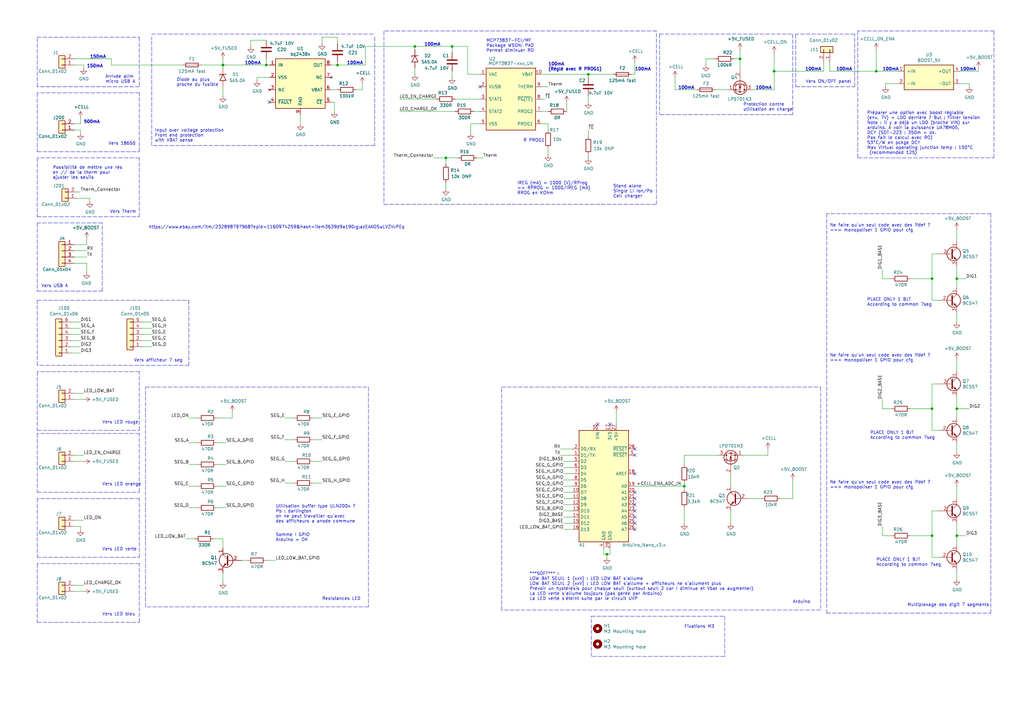
<source format=kicad_sch>
(kicad_sch (version 20211123) (generator eeschema)
  (paper "A3")
  (junction (at 109.22 26.67))
  (junction (at 91.44 26.67))
  (junction (at 359.41 29.21))
  (junction (at 382.27 219.71))
  (junction (at 392.43 167.64))
  (junction (at 170.18 19.05))
  (junction (at 280.67 199.39))
  (junction (at 182.88 64.77))
  (junction (at 382.27 114.3))
  (junction (at 303.53 24.13))
  (junction (at 382.27 167.64))
  (junction (at 185.42 19.05))
  (junction (at 241.3 30.48))
  (junction (at 392.43 219.71))
  (junction (at 138.43 26.67))
  (junction (at 248.92 227.33))
  (junction (at 317.5 29.21))
  (junction (at 392.43 114.3))
  (no_connect (at 260.35 184.15))
  (no_connect (at 260.35 207.01))
  (no_connect (at 260.35 201.93))
  (no_connect (at 260.35 204.47))
  (no_connect (at 260.35 212.09))
  (no_connect (at 260.35 186.69))
  (no_connect (at 260.35 209.55))
  (no_connect (at 260.35 214.63))
  (no_connect (at 260.35 217.17))
  (no_connect (at 110.49 41.91))
  (no_connect (at 196.85 35.56))
  (no_connect (at 250.19 173.99))
  (no_connect (at 245.11 173.99))
  (no_connect (at 260.35 194.31))
  (polyline (pts (xy 57.15 176.53) (xy 57.15 152.4)))
  (wire (pts (xy 325.12 204.47) (xy 325.12 196.85)))
  (polyline (pts (xy 15.24 35.56) (xy 15.24 15.24)))
  (polyline (pts (xy 339.09 87.63) (xy 339.09 251.46)))
  (wire (pts (xy 196.85 45.72) (xy 194.31 45.72)))
  (wire (pts (xy 128.27 189.23) (xy 132.08 189.23)))
  (polyline (pts (xy 270.51 13.97) (xy 270.51 46.99)))
  (polyline (pts (xy 15.24 15.24) (xy 57.15 15.24)))
  (polyline (pts (xy 339.09 251.46) (xy 406.4 251.46)))
  (wire (pts (xy 62.23 142.24) (xy 58.42 142.24)))
  (wire (pts (xy 392.43 109.22) (xy 392.43 114.3)))
  (wire (pts (xy 82.55 26.67) (xy 91.44 26.67)))
  (wire (pts (xy 33.02 144.78) (xy 29.21 144.78)))
  (wire (pts (xy 382.27 104.14) (xy 382.27 114.3)))
  (wire (pts (xy 193.04 50.8) (xy 193.04 54.61)))
  (wire (pts (xy 110.49 31.75) (xy 105.41 31.75)))
  (wire (pts (xy 182.88 64.77) (xy 177.8 64.77)))
  (wire (pts (xy 276.86 36.83) (xy 285.75 36.83)))
  (polyline (pts (xy 57.15 204.47) (xy 15.24 204.47)))
  (wire (pts (xy 241.3 39.37) (xy 241.3 41.91)))
  (wire (pts (xy 95.25 171.45) (xy 95.25 168.91)))
  (wire (pts (xy 396.24 219.71) (xy 392.43 219.71)))
  (polyline (pts (xy 57.15 88.9) (xy 57.15 64.77)))
  (wire (pts (xy 382.27 157.48) (xy 384.81 157.48)))
  (polyline (pts (xy 15.24 177.8) (xy 15.24 201.93)))
  (polyline (pts (xy 57.15 38.1) (xy 15.24 38.1)))
  (polyline (pts (xy 57.15 62.23) (xy 57.15 38.1)))
  (wire (pts (xy 340.36 25.4) (xy 340.36 29.21)))
  (wire (pts (xy 317.5 29.21) (xy 317.5 36.83)))
  (polyline (pts (xy 325.12 46.99) (xy 270.51 46.99)))
  (wire (pts (xy 373.38 114.3) (xy 382.27 114.3)))
  (wire (pts (xy 30.48 186.69) (xy 34.29 186.69)))
  (wire (pts (xy 109.22 26.67) (xy 110.49 26.67)))
  (wire (pts (xy 77.47 208.28) (xy 81.28 208.28)))
  (wire (pts (xy 234.95 196.85) (xy 231.14 196.85)))
  (polyline (pts (xy 350.52 13.97) (xy 326.39 13.97)))
  (wire (pts (xy 30.48 213.36) (xy 34.29 213.36)))
  (wire (pts (xy 392.43 114.3) (xy 392.43 118.11)))
  (wire (pts (xy 116.84 189.23) (xy 120.65 189.23)))
  (polyline (pts (xy 157.48 83.82) (xy 269.24 83.82)))
  (polyline (pts (xy 350.52 35.56) (xy 350.52 13.97)))
  (polyline (pts (xy 57.15 231.14) (xy 15.24 231.14)))
  (wire (pts (xy 234.95 199.39) (xy 231.14 199.39)))
  (wire (pts (xy 368.3 34.29) (xy 363.22 34.29)))
  (wire (pts (xy 224.79 53.34) (xy 224.79 50.8)))
  (polyline (pts (xy 336.55 158.75) (xy 336.55 250.19)))
  (wire (pts (xy 195.58 64.77) (xy 198.12 64.77)))
  (wire (pts (xy 222.25 45.72) (xy 224.79 45.72)))
  (wire (pts (xy 320.04 204.47) (xy 325.12 204.47)))
  (wire (pts (xy 224.79 50.8) (xy 222.25 50.8)))
  (wire (pts (xy 148.59 34.29) (xy 148.59 36.83)))
  (wire (pts (xy 382.27 219.71) (xy 382.27 228.6)))
  (wire (pts (xy 393.7 34.29) (xy 397.51 34.29)))
  (wire (pts (xy 182.88 77.47) (xy 182.88 74.93)))
  (wire (pts (xy 280.67 199.39) (xy 280.67 200.66)))
  (wire (pts (xy 392.43 167.64) (xy 392.43 171.45)))
  (wire (pts (xy 33.02 134.62) (xy 29.21 134.62)))
  (wire (pts (xy 382.27 104.14) (xy 384.81 104.14)))
  (polyline (pts (xy 406.4 87.63) (xy 339.09 87.63)))
  (wire (pts (xy 109.22 26.67) (xy 109.22 24.13)))
  (polyline (pts (xy 153.67 15.24) (xy 153.67 59.69)))
  (wire (pts (xy 33.02 78.74) (xy 31.75 78.74)))
  (wire (pts (xy 91.44 220.98) (xy 91.44 224.79)))
  (wire (pts (xy 382.27 209.55) (xy 384.81 209.55)))
  (wire (pts (xy 30.48 26.67) (xy 34.29 26.67)))
  (wire (pts (xy 170.18 19.05) (xy 185.42 19.05)))
  (wire (pts (xy 91.44 24.13) (xy 91.44 26.67)))
  (wire (pts (xy 101.6 229.87) (xy 99.06 229.87)))
  (wire (pts (xy 293.37 36.83) (xy 298.45 36.83)))
  (wire (pts (xy 234.95 207.01) (xy 231.14 207.01)))
  (polyline (pts (xy 297.18 252.73) (xy 297.18 269.24)))
  (wire (pts (xy 392.43 93.98) (xy 392.43 99.06)))
  (polyline (pts (xy 15.24 123.19) (xy 77.47 123.19)))
  (wire (pts (xy 138.43 26.67) (xy 149.86 26.67)))
  (wire (pts (xy 116.84 180.34) (xy 120.65 180.34)))
  (wire (pts (xy 91.44 234.95) (xy 91.44 238.76)))
  (wire (pts (xy 396.24 114.3) (xy 392.43 114.3)))
  (wire (pts (xy 191.77 19.05) (xy 185.42 19.05)))
  (polyline (pts (xy 15.24 228.6) (xy 57.15 228.6)))
  (wire (pts (xy 303.53 20.32) (xy 303.53 24.13)))
  (wire (pts (xy 35.56 105.41) (xy 30.48 105.41)))
  (wire (pts (xy 91.44 26.67) (xy 109.22 26.67)))
  (wire (pts (xy 234.95 194.31) (xy 231.14 194.31)))
  (wire (pts (xy 260.35 30.48) (xy 260.35 25.4)))
  (polyline (pts (xy 242.57 252.73) (xy 297.18 252.73)))
  (polyline (pts (xy 297.18 269.24) (xy 242.57 269.24)))
  (wire (pts (xy 382.27 123.19) (xy 384.81 123.19)))
  (wire (pts (xy 33.02 53.34) (xy 30.48 53.34)))
  (wire (pts (xy 234.95 217.17) (xy 231.14 217.17)))
  (wire (pts (xy 392.43 185.42) (xy 392.43 181.61)))
  (wire (pts (xy 247.65 227.33) (xy 247.65 224.79)))
  (wire (pts (xy 392.43 162.56) (xy 392.43 167.64)))
  (wire (pts (xy 45.72 26.67) (xy 74.93 26.67)))
  (polyline (pts (xy 41.91 119.38) (xy 41.91 91.44)))
  (wire (pts (xy 392.43 237.49) (xy 392.43 233.68)))
  (wire (pts (xy 361.95 167.64) (xy 361.95 163.83)))
  (wire (pts (xy 170.18 30.48) (xy 170.18 27.94)))
  (wire (pts (xy 234.95 209.55) (xy 231.14 209.55)))
  (wire (pts (xy 361.95 219.71) (xy 361.95 215.9)))
  (wire (pts (xy 260.35 199.39) (xy 280.67 199.39)))
  (polyline (pts (xy 407.67 12.7) (xy 351.79 12.7)))
  (wire (pts (xy 234.95 212.09) (xy 231.14 212.09)))
  (polyline (pts (xy 57.15 152.4) (xy 15.24 152.4)))
  (wire (pts (xy 373.38 167.64) (xy 382.27 167.64)))
  (polyline (pts (xy 15.24 88.9) (xy 57.15 88.9)))
  (polyline (pts (xy 77.47 149.86) (xy 15.24 149.86)))
  (wire (pts (xy 138.43 36.83) (xy 135.89 36.83)))
  (wire (pts (xy 62.23 137.16) (xy 58.42 137.16)))
  (wire (pts (xy 138.43 26.67) (xy 138.43 25.4)))
  (wire (pts (xy 77.47 190.5) (xy 81.28 190.5)))
  (wire (pts (xy 185.42 29.21) (xy 185.42 31.75)))
  (wire (pts (xy 300.99 24.13) (xy 303.53 24.13)))
  (wire (pts (xy 187.96 64.77) (xy 182.88 64.77)))
  (wire (pts (xy 337.82 29.21) (xy 337.82 25.4)))
  (wire (pts (xy 361.95 114.3) (xy 361.95 110.49)))
  (wire (pts (xy 393.7 29.21) (xy 401.32 29.21)))
  (polyline (pts (xy 351.79 64.77) (xy 407.67 64.77)))
  (polyline (pts (xy 269.24 83.82) (xy 269.24 12.7)))
  (wire (pts (xy 30.48 161.29) (xy 34.29 161.29)))
  (wire (pts (xy 280.67 198.12) (xy 280.67 199.39)))
  (wire (pts (xy 304.8 186.69) (xy 314.96 186.69)))
  (wire (pts (xy 33.02 139.7) (xy 29.21 139.7)))
  (wire (pts (xy 392.43 199.39) (xy 392.43 204.47)))
  (wire (pts (xy 317.5 21.59) (xy 317.5 29.21)))
  (wire (pts (xy 91.44 26.67) (xy 91.44 27.94)))
  (polyline (pts (xy 15.24 201.93) (xy 57.15 201.93)))
  (polyline (pts (xy 59.69 158.75) (xy 151.13 158.75)))
  (polyline (pts (xy 15.24 119.38) (xy 41.91 119.38)))
  (wire (pts (xy 33.02 132.08) (xy 29.21 132.08)))
  (polyline (pts (xy 15.24 38.1) (xy 15.24 62.23)))
  (wire (pts (xy 62.23 132.08) (xy 58.42 132.08)))
  (polyline (pts (xy 269.24 12.7) (xy 157.48 12.7)))
  (wire (pts (xy 33.02 217.17) (xy 33.02 215.9)))
  (polyline (pts (xy 270.51 13.97) (xy 325.12 13.97)))
  (wire (pts (xy 234.95 204.47) (xy 231.14 204.47)))
  (wire (pts (xy 303.53 24.13) (xy 303.53 29.21)))
  (polyline (pts (xy 15.24 149.86) (xy 15.24 123.19)))
  (wire (pts (xy 128.27 180.34) (xy 132.08 180.34)))
  (wire (pts (xy 241.3 31.75) (xy 241.3 30.48)))
  (wire (pts (xy 365.76 114.3) (xy 361.95 114.3)))
  (wire (pts (xy 91.44 35.56) (xy 91.44 39.37)))
  (wire (pts (xy 30.48 24.13) (xy 45.72 24.13)))
  (polyline (pts (xy 59.69 248.92) (xy 59.69 158.75)))
  (polyline (pts (xy 242.57 269.24) (xy 242.57 252.73)))
  (wire (pts (xy 317.5 29.21) (xy 337.82 29.21)))
  (polyline (pts (xy 205.74 158.75) (xy 336.55 158.75)))
  (polyline (pts (xy 326.39 13.97) (xy 326.39 35.56)))
  (wire (pts (xy 88.9 181.61) (xy 92.71 181.61)))
  (wire (pts (xy 30.48 240.03) (xy 34.29 240.03)))
  (polyline (pts (xy 57.15 35.56) (xy 15.24 35.56)))
  (wire (pts (xy 30.48 107.95) (xy 35.56 107.95)))
  (wire (pts (xy 128.27 198.12) (xy 132.08 198.12)))
  (wire (pts (xy 382.27 228.6) (xy 384.81 228.6)))
  (wire (pts (xy 30.48 102.87) (xy 35.56 102.87)))
  (wire (pts (xy 392.43 219.71) (xy 392.43 223.52)))
  (polyline (pts (xy 15.24 231.14) (xy 15.24 255.27)))
  (wire (pts (xy 30.48 242.57) (xy 34.29 242.57)))
  (wire (pts (xy 299.72 194.31) (xy 299.72 199.39)))
  (wire (pts (xy 373.38 219.71) (xy 382.27 219.71)))
  (wire (pts (xy 33.02 215.9) (xy 30.48 215.9)))
  (polyline (pts (xy 57.15 177.8) (xy 15.24 177.8)))
  (wire (pts (xy 392.43 147.32) (xy 392.43 152.4)))
  (wire (pts (xy 88.9 208.28) (xy 92.71 208.28)))
  (wire (pts (xy 248.92 227.33) (xy 247.65 227.33)))
  (wire (pts (xy 397.51 167.64) (xy 392.43 167.64)))
  (polyline (pts (xy 57.15 64.77) (xy 15.24 64.77)))
  (polyline (pts (xy 15.24 91.44) (xy 15.24 119.38)))
  (wire (pts (xy 229.87 186.69) (xy 234.95 186.69)))
  (polyline (pts (xy 406.4 251.46) (xy 406.4 87.63)))
  (wire (pts (xy 163.83 45.72) (xy 186.69 45.72)))
  (polyline (pts (xy 41.91 91.44) (xy 15.24 91.44)))
  (wire (pts (xy 132.08 15.24) (xy 132.08 17.78)))
  (wire (pts (xy 241.3 63.5) (xy 241.3 64.77)))
  (wire (pts (xy 105.41 31.75) (xy 105.41 33.02)))
  (wire (pts (xy 280.67 186.69) (xy 294.64 186.69)))
  (polyline (pts (xy 205.74 250.19) (xy 205.74 158.75)))
  (polyline (pts (xy 15.24 62.23) (xy 57.15 62.23)))
  (wire (pts (xy 77.47 171.45) (xy 81.28 171.45)))
  (polyline (pts (xy 62.23 13.97) (xy 153.67 13.97)))
  (wire (pts (xy 392.43 132.08) (xy 392.43 128.27)))
  (wire (pts (xy 314.96 186.69) (xy 314.96 184.15)))
  (wire (pts (xy 149.86 26.67) (xy 149.86 19.05)))
  (polyline (pts (xy 15.24 255.27) (xy 57.15 255.27)))
  (polyline (pts (xy 57.15 255.27) (xy 57.15 231.14)))
  (wire (pts (xy 35.56 97.79) (xy 35.56 100.33)))
  (wire (pts (xy 109.22 229.87) (xy 113.03 229.87)))
  (wire (pts (xy 102.87 16.51) (xy 102.87 19.05)))
  (polyline (pts (xy 57.15 228.6) (xy 57.15 204.47)))
  (wire (pts (xy 359.41 20.32) (xy 359.41 29.21)))
  (wire (pts (xy 186.69 40.64) (xy 196.85 40.64)))
  (wire (pts (xy 382.27 157.48) (xy 382.27 167.64)))
  (wire (pts (xy 148.59 36.83) (xy 146.05 36.83)))
  (wire (pts (xy 248.92 227.33) (xy 250.19 227.33)))
  (wire (pts (xy 248.92 228.6) (xy 248.92 227.33)))
  (wire (pts (xy 234.95 189.23) (xy 231.14 189.23)))
  (wire (pts (xy 185.42 21.59) (xy 185.42 19.05)))
  (wire (pts (xy 289.56 24.13) (xy 289.56 26.67)))
  (polyline (pts (xy 407.67 64.77) (xy 407.67 12.7)))
  (wire (pts (xy 116.84 198.12) (xy 120.65 198.12)))
  (wire (pts (xy 88.9 190.5) (xy 92.71 190.5)))
  (polyline (pts (xy 57.15 15.24) (xy 57.15 35.56)))
  (wire (pts (xy 182.88 67.31) (xy 182.88 64.77)))
  (wire (pts (xy 163.83 40.64) (xy 179.07 40.64)))
  (wire (pts (xy 88.9 199.39) (xy 92.71 199.39)))
  (wire (pts (xy 77.47 199.39) (xy 81.28 199.39)))
  (polyline (pts (xy 157.48 12.7) (xy 157.48 83.82)))
  (wire (pts (xy 128.27 171.45) (xy 132.08 171.45)))
  (polyline (pts (xy 15.24 176.53) (xy 57.15 176.53)))
  (wire (pts (xy 30.48 50.8) (xy 33.02 50.8)))
  (wire (pts (xy 33.02 142.24) (xy 29.21 142.24)))
  (wire (pts (xy 196.85 50.8) (xy 193.04 50.8)))
  (wire (pts (xy 382.27 209.55) (xy 382.27 219.71)))
  (wire (pts (xy 259.08 30.48) (xy 260.35 30.48)))
  (wire (pts (xy 234.95 184.15) (xy 229.87 184.15)))
  (wire (pts (xy 138.43 15.24) (xy 132.08 15.24)))
  (wire (pts (xy 397.51 34.29) (xy 397.51 35.56)))
  (wire (pts (xy 365.76 167.64) (xy 361.95 167.64)))
  (wire (pts (xy 299.72 209.55) (xy 299.72 214.63)))
  (wire (pts (xy 382.27 114.3) (xy 382.27 123.19)))
  (polyline (pts (xy 15.24 204.47) (xy 15.24 228.6)))
  (wire (pts (xy 87.63 220.98) (xy 91.44 220.98)))
  (wire (pts (xy 250.19 227.33) (xy 250.19 224.79)))
  (wire (pts (xy 30.48 163.83) (xy 34.29 163.83)))
  (wire (pts (xy 76.2 220.98) (xy 80.01 220.98)))
  (wire (pts (xy 365.76 219.71) (xy 361.95 219.71)))
  (wire (pts (xy 123.19 50.8) (xy 123.19 46.99)))
  (wire (pts (xy 30.48 189.23) (xy 34.29 189.23)))
  (wire (pts (xy 312.42 204.47) (xy 307.34 204.47)))
  (wire (pts (xy 234.95 191.77) (xy 231.14 191.77)))
  (wire (pts (xy 170.18 19.05) (xy 170.18 20.32)))
  (wire (pts (xy 222.25 40.64) (xy 223.52 40.64)))
  (wire (pts (xy 241.3 30.48) (xy 251.46 30.48)))
  (wire (pts (xy 135.89 26.67) (xy 138.43 26.67)))
  (wire (pts (xy 191.77 30.48) (xy 196.85 30.48)))
  (wire (pts (xy 280.67 214.63) (xy 280.67 208.28)))
  (polyline (pts (xy 57.15 201.93) (xy 57.15 177.8)))
  (wire (pts (xy 62.23 139.7) (xy 58.42 139.7)))
  (polyline (pts (xy 62.23 59.69) (xy 62.23 15.24)))
  (wire (pts (xy 36.83 82.55) (xy 36.83 81.28)))
  (wire (pts (xy 191.77 19.05) (xy 191.77 30.48)))
  (wire (pts (xy 33.02 54.61) (xy 33.02 53.34)))
  (wire (pts (xy 234.95 214.63) (xy 231.14 214.63)))
  (wire (pts (xy 241.3 53.34) (xy 241.3 55.88)))
  (wire (pts (xy 280.67 190.5) (xy 280.67 186.69)))
  (wire (pts (xy 382.27 167.64) (xy 382.27 176.53)))
  (wire (pts (xy 33.02 50.8) (xy 33.02 48.26)))
  (polyline (pts (xy 326.39 35.56) (xy 350.52 35.56)))
  (polyline (pts (xy 77.47 123.19) (xy 77.47 149.86)))
  (polyline (pts (xy 15.24 152.4) (xy 15.24 176.53)))
  (wire (pts (xy 30.48 100.33) (xy 35.56 100.33)))
  (wire (pts (xy 222.25 35.56) (xy 224.79 35.56)))
  (wire (pts (xy 224.79 60.96) (xy 224.79 63.5)))
  (wire (pts (xy 137.16 41.91) (xy 137.16 45.72)))
  (wire (pts (xy 252.73 168.91) (xy 252.73 173.99)))
  (wire (pts (xy 363.22 35.56) (xy 363.22 34.29)))
  (wire (pts (xy 149.86 19.05) (xy 170.18 19.05)))
  (wire (pts (xy 88.9 171.45) (xy 95.25 171.45)))
  (wire (pts (xy 109.22 16.51) (xy 102.87 16.51)))
  (wire (pts (xy 222.25 30.48) (xy 241.3 30.48)))
  (polyline (pts (xy 15.24 64.77) (xy 15.24 88.9)))
  (polyline (pts (xy 325.12 13.97) (xy 325.12 46.99)))
  (wire (pts (xy 116.84 171.45) (xy 120.65 171.45)))
  (wire (pts (xy 62.23 134.62) (xy 58.42 134.62)))
  (wire (pts (xy 308.61 36.83) (xy 317.5 36.83)))
  (wire (pts (xy 276.86 36.83) (xy 276.86 31.75)))
  (wire (pts (xy 340.36 29.21) (xy 359.41 29.21)))
  (wire (pts (xy 34.29 26.67) (xy 34.29 27.94)))
  (wire (pts (xy 77.47 181.61) (xy 81.28 181.61)))
  (wire (pts (xy 382.27 176.53) (xy 384.81 176.53)))
  (wire (pts (xy 234.95 201.93) (xy 231.14 201.93)))
  (wire (pts (xy 401.32 27.94) (xy 401.32 29.21)))
  (polyline (pts (xy 351.79 12.7) (xy 351.79 64.77)))
  (wire (pts (xy 33.02 137.16) (xy 29.21 137.16)))
  (wire (pts (xy 138.43 17.78) (xy 138.43 15.24)))
  (wire (pts (xy 35.56 107.95) (xy 35.56 111.76)))
  (wire (pts (xy 36.83 81.28) (xy 31.75 81.28)))
  (polyline (pts (xy 153.67 59.69) (xy 62.23 59.69)))
  (wire (pts (xy 359.41 29.21) (xy 368.3 29.21)))
  (polyline (pts (xy 151.13 248.92) (xy 59.69 248.92)))
  (wire (pts (xy 135.89 41.91) (xy 137.16 41.91)))
  (wire (pts (xy 293.37 24.13) (xy 289.56 24.13)))
  (wire (pts (xy 232.41 45.72) (xy 232.41 41.91)))
  (polyline (pts (xy 336.55 250.19) (xy 205.74 250.19)))
  (polyline (pts (xy 151.13 158.75) (xy 151.13 248.92)))
  (wire (pts (xy 45.72 24.13) (xy 45.72 26.67)))
  (wire (pts (xy 392.43 214.63) (xy 392.43 219.71)))
  (text "https://www.ebay.com/itm/232898797968?epid=1160974259&hash=item3639d9a190:g:azEAAOSwLVZVvPEq" (at 60.96 93.98 0) (effects (font (size 1.27 1.27)) (justify left bottom)))
  (text "R PROG1" (at 214.63 58.42 0) (effects (font (size 1.27 1.27)) (justify left bottom)))
  (text "Vers LED verte\n" (at 41.91 226.06 0) (effects (font (size 1.27 1.27)) (justify left bottom)))
  (text "Vers Therm" (at 55.88 87.63 180) (effects (font (size 1.27 1.27)) (justify right bottom)))
  (text "100mA" (at 278.13 36.83 0) (effects (font (size 1.27 1.27) (thickness 0.254) bold) (justify left bottom)))
  (text "Vers ON/OFF panel" (at 349.25 34.29 180) (effects (font (size 1.27 1.27)) (justify right bottom)))
  (text "MCP73837-FCI/MF\nPackage WSON: PAD\nPermet diminuer RO" (at 199.39 21.59 0) (effects (font (size 1.27 1.27)) (justify left bottom)))
  (text "150mA" (at 36.83 24.13 0) (effects (font (size 1.27 1.27) (thickness 0.254) bold) (justify left bottom)))
  (text "IREG (mA) = 1000 (V)/RProg\n=> RPROG = 1000/IREG (mA)\nRROG en KOhm\n" (at 212.09 80.01 0) (effects (font (size 1.27 1.27)) (justify left bottom)))
  (text "100mA" (at 309.88 36.83 0) (effects (font (size 1.27 1.27) (thickness 0.254) bold) (justify left bottom)))
  (text "Arduino" (at 325.12 247.65 0) (effects (font (size 1.27 1.27)) (justify left bottom)))
  (text "100mA" (at 142.24 26.67 0) (effects (font (size 1.27 1.27) (thickness 0.254) bold) (justify left bottom)))
  (text "Stand alone \nSingle Li Ion/Po \nCell charger" (at 251.46 81.28 0) (effects (font (size 1.27 1.27)) (justify left bottom)))
  (text "Fixations M3\n" (at 280.67 257.81 0) (effects (font (size 1.27 1.27)) (justify left bottom)))
  (text "100mA" (at 260.35 29.21 0) (effects (font (size 1.27 1.27) (thickness 0.254) bold) (justify left bottom)))
  (text "100mA" (at 361.95 29.21 0) (effects (font (size 1.27 1.27) (thickness 0.254) bold) (justify left bottom)))
  (text "Vers USB A" (at 27.94 118.11 180) (effects (font (size 1.27 1.27)) (justify right bottom)))
  (text "\n" (at 74.93 68.58 0) (effects (font (size 1.27 1.27)) (justify left bottom)))
  (text "Arrivée alim\nmicro USB A" (at 43.18 34.29 0) (effects (font (size 1.27 1.27)) (justify left bottom)))
  (text "150mA" (at 35.56 27.94 0) (effects (font (size 1.27 1.27) (thickness 0.254) bold) (justify left bottom)))
  (text "Ne faire qu'un seul code avec des ifdef ?\n==> monopoliser 1 GPIO pour cfg" (at 340.36 200.66 0) (effects (font (size 1.27 1.27)) (justify left bottom)))
  (text "***SOFT*** :\nLOW BAT SEUIL 1 (xxV) : LED LOW BAT s'allume\nLOW BAT SEUIL 2 (xxV) : LED LOW BAT s'allume + afficheurs ne s'allument plus\nPrévoir un hystérésis pour chaque seuil (surtout seuil 2 car I diminue et Vbat va augmenter)\nLa LED verte s'allume toujours (pas gérée par Arduino)\nLa LED verte s'éteint suite par le circuit UVP" (at 217.17 246.38 0) (effects (font (size 1.27 1.27)) (justify left bottom)))
  (text "Ne faire qu'un seul code avec des ifdef ?\n==> monopoliser 1 GPIO pour cfg" (at 340.36 148.59 0) (effects (font (size 1.27 1.27)) (justify left bottom)))
  (text "Préparer une option avec boost réglable\n(env. 7V) + LDO derrière ? But : filtrer tension\nNote : il y a déjà un LDO (broche VIN) sur \narduino. A voir la puissance UA78M05, \nDCY (SOT-223 : 350m = ok. \nPas fait le calcul avec RO)\n53°C/W en pckge DCY\nMax Virtual operating junction temp : 150°C\n (recommended 125)" (at 355.6 63.5 0) (effects (font (size 1.27 1.27)) (justify left bottom)))
  (text "Vers afficheur 7 seg" (at 74.93 148.59 180) (effects (font (size 1.27 1.27)) (justify right bottom)))
  (text "100mA" (at 173.99 19.05 0) (effects (font (size 1.27 1.27) (thickness 0.254) bold) (justify left bottom)))
  (text "100mA" (at 393.7 29.21 0) (effects (font (size 1.27 1.27) (thickness 0.254) bold) (justify left bottom)))
  (text "Protection contre \nutilisation en charge" (at 304.8 45.72 0) (effects (font (size 1.27 1.27)) (justify left bottom)))
  (text "100mA" (at 100.33 26.67 0) (effects (font (size 1.27 1.27) (thickness 0.254) bold) (justify left bottom)))
  (text "Resistances LED" (at 132.08 246.38 0) (effects (font (size 1.27 1.27)) (justify left bottom)))
  (text "Vers LED orange\n" (at 41.91 199.39 0) (effects (font (size 1.27 1.27)) (justify left bottom)))
  (text "Vers LED rouge\n" (at 41.91 173.99 0) (effects (font (size 1.27 1.27)) (justify left bottom)))
  (text "100mA" (at 330.2 29.21 0) (effects (font (size 1.27 1.27) (thickness 0.254) bold) (justify left bottom)))
  (text "Multiplexage des digit 7 segments" (at 372.11 248.92 0) (effects (font (size 1.27 1.27)) (justify left bottom)))
  (text "PLACE ONLY 1 BJT\nAccording to common 7seg" (at 355.6 125.73 0) (effects (font (size 1.27 1.27)) (justify left bottom)))
  (text "100mA\n(Réglé avec R PROG1)" (at 224.79 29.21 0) (effects (font (size 1.27 1.27) (thickness 0.254) bold) (justify left bottom)))
  (text "Vers LED bleu\n" (at 41.91 252.73 0) (effects (font (size 1.27 1.27)) (justify left bottom)))
  (text "Utilisation buffer type ULN200x ?\nPb : darlington\non ne peut travailler qu'avec\ndes afficheurs a anode commune" (at 113.03 214.63 0) (effects (font (size 1.27 1.27)) (justify left bottom)))
  (text "PLACE ONLY 1 BJT\nAccording to common 7seg" (at 356.87 180.34 0) (effects (font (size 1.27 1.27)) (justify left bottom)))
  (text "Ne faire qu'un seul code avec des ifdef ?\n==> monopoliser 1 GPIO pour cfg" (at 340.36 95.25 0) (effects (font (size 1.27 1.27)) (justify left bottom)))
  (text "PLACE ONLY 1 BJT\nAccording to common 7seg" (at 359.41 232.41 0) (effects (font (size 1.27 1.27)) (justify left bottom)))
  (text "500mA" (at 34.29 50.8 0) (effects (font (size 1.27 1.27) (thickness 0.254) bold) (justify left bottom)))
  (text "Possibilité de mettre une rés\nen // de la therm pour\najuster les seuils\n" (at 21.59 73.66 0) (effects (font (size 1.27 1.27)) (justify left bottom)))
  (text "Somme I GPIO \nArduino = OK\n" (at 113.03 222.25 0) (effects (font (size 1.27 1.27)) (justify left bottom)))
  (text "100mA" (at 342.9 29.21 0) (effects (font (size 1.27 1.27) (thickness 0.254) bold) (justify left bottom)))
  (text "Vers 18650" (at 44.45 59.69 0) (effects (font (size 1.27 1.27)) (justify left bottom)))
  (text "Diode au plus \nproche du fusible" (at 72.39 35.56 0) (effects (font (size 1.27 1.27)) (justify left bottom)))
  (text "Input over voltage protection\nFront end protection\nwith VBAT sense" (at 63.5 58.42 0) (effects (font (size 1.27 1.27)) (justify left bottom)))
  (label "LED_LOW_BAT_GPIO" (at 231.14 217.17 180))
  (label "DIG2_BASE" (at 361.95 163.83 90))
  (label "LED_LOW_BAT" (at 76.2 220.98 180))
  (label "LED_LOW_BAT" (at 34.29 161.29 0))
  (label "SEG_H" (at 116.84 198.12 180))
  (label "LED_CHARGE_OK" (at 34.29 240.03 0))
  (label "LED_EN_CHARGE" (at 34.29 186.69 0))
  (label "TX" (at 35.56 105.41 0))
  (label "DIG3" (at 396.24 219.71 0))
  (label "LED_ON" (at 77.47 171.45 180))
  (label "LED_CHARGE_OK" (at 163.83 45.72 0))
  (label "SEG_G" (at 116.84 189.23 180))
  (label "DIG2" (at 33.02 142.24 0))
  (label "SEG_E" (at 62.23 137.16 0))
  (label "Therm_Connector" (at 33.02 78.74 0))
  (label "SEG_D" (at 62.23 142.24 0))
  (label "SEG_G" (at 62.23 132.08 0))
  (label "SEG_C_GPIO" (at 92.71 199.39 0))
  (label "SEG_H_GPIO" (at 132.08 198.12 0))
  (label "Therm_Connector" (at 177.8 64.77 180))
  (label "SEG_E_GPIO" (at 132.08 171.45 0))
  (label "SEG_A_GPIO" (at 92.71 181.61 0))
  (label "SEG_B_GPIO" (at 92.71 190.5 0))
  (label "SEG_B_GPIO" (at 231.14 209.55 180))
  (label "SEG_B" (at 33.02 139.7 0))
  (label "DIG1_BASE" (at 231.14 189.23 180))
  (label "DIG2_BASE" (at 231.14 212.09 180))
  (label "SEG_A" (at 33.02 134.62 0))
  (label "+CELL_ENA_ADC_IN" (at 279.4 199.39 180))
  (label "SEG_F" (at 33.02 137.16 0))
  (label "SEG_E_GPIO" (at 231.14 204.47 180))
  (label "~{TE}" (at 241.3 53.34 0))
  (label "~{TE}" (at 223.52 40.64 0))
  (label "SEG_E" (at 116.84 171.45 180))
  (label "LED_EN_CHARGE" (at 163.83 40.64 0))
  (label "SEG_F" (at 116.84 180.34 180))
  (label "DIG3_BASE" (at 361.95 215.9 90))
  (label "SEG_A_GPIO" (at 231.14 196.85 180))
  (label "SEG_D_GPIO" (at 92.71 208.28 0))
  (label "SEG_C" (at 62.23 139.7 0))
  (label "DIG3" (at 33.02 144.78 0))
  (label "SEG_D" (at 77.47 208.28 180))
  (label "SEG_B" (at 77.47 190.5 180))
  (label "DIG2" (at 397.51 167.64 0))
  (label "SEG_F_GPIO" (at 231.14 207.01 180))
  (label "SEG_G_GPIO" (at 231.14 191.77 180))
  (label "RX" (at 229.87 184.15 180))
  (label "DIG1" (at 33.02 132.08 0))
  (label "LED_ON" (at 34.29 213.36 0))
  (label "LED_LOW_BAT_GPIO" (at 113.03 229.87 0))
  (label "SEG_C_GPIO" (at 231.14 201.93 180))
  (label "SEG_H" (at 62.23 134.62 0))
  (label "SEG_D_GPIO" (at 231.14 199.39 180))
  (label "Therm" (at 198.12 64.77 0))
  (label "SEG_H_GPIO" (at 231.14 194.31 180))
  (label "SEG_C" (at 77.47 199.39 180))
  (label "DIG3_BASE" (at 231.14 214.63 180))
  (label "DIG1" (at 396.24 114.3 0))
  (label "TX" (at 229.87 186.69 180))
  (label "SEG_A" (at 77.47 181.61 180))
  (label "Therm" (at 224.79 35.56 0))
  (label "DIG1_BASE" (at 361.95 110.49 90))
  (label "SEG_G_GPIO" (at 132.08 189.23 0))
  (label "SEG_F_GPIO" (at 132.08 180.34 0))
  (label "RX" (at 35.56 102.87 0))
  (symbol (lib_id "Device:Q_PMOS_SGD") (at 303.53 34.29 270) (unit 1)
    (property "Reference" "Q4" (at 299.72 31.75 90) (effects (justify left)))
    (property "Value" "LP0701N3" (at 298.45 40.64 90) (effects (justify left)))
    (property "Footprint" "Package_TO_SOT_THT:TO-92" (effects hide))
    (property "FAB" "MICROCHIP" (effects hide))
    (property "REF FAB" "LP0701N3-G" (effects hide))
    (property "FOU 1" "MOUSER" (effects hide))
    (property "REF FOU 1" "689-LP0701N3-G" (effects hide))
  )
  (symbol (lib_id "Device:R") (at 297.18 24.13 90) (mirror x) (unit 1)
    (property "Reference" "R22" (at 298.45 21.59 90))
    (property "Value" "100kR" (at 297.18 26.67 90))
    (property "Footprint" "Resistor_THT:R_Axial_DIN0204_L3.6mm_D1.6mm_P7.62mm_Horizontal" (effects hide))
  )
  (symbol (lib_id "power:GND") (at 289.56 26.67 0) (mirror y) (unit 1)
    (property "Reference" "#PWR033" (effects hide))
    (property "Value" "GND" (at 289.433 31.0642 0))
  )
  (symbol (lib_id "Balance-ruche:+CELL_ON") (at 317.5 21.59 0) (unit 1)
    (property "Reference" "#PWR037" (effects hide))
    (property "Value" "+CELL_ON" (at 317.881 17.1958 0))
  )
  (symbol (lib_id "MCU_Module:Arduino_Nano_v3.x") (at 247.65 199.39 0) (unit 1)
    (property "Reference" "A1" (at 238.76 223.52 0))
    (property "Value" "Arduino_Nano_v3.x" (at 264.16 223.52 0))
    (property "Footprint" "Module:Arduino_Nano" (effects hide))
    (property "Datasheet" "http://www.mouser.com/pdfdocs/Gravitech_Arduino_Nano3_0.pdf" (effects hide))
  )
  (symbol (lib_id "Transistor_BJT:BC547") (at 389.89 123.19 0) (unit 1)
    (property "Reference" "Q6" (at 394.7414 122.0216 0) (effects (justify left)))
    (property "Value" "BC547" (at 394.7414 124.333 0) (effects (justify left)))
    (property "Footprint" "Package_TO_SOT_THT:TO-92_Inline" (effects hide))
    (property "Datasheet" "https://www.onsemi.com/pub/Collateral/BC550-D.pdf" (effects hide))
  )
  (symbol (lib_id "power:GND") (at 224.79 63.5 0) (unit 1)
    (property "Reference" "#PWR024" (effects hide))
    (property "Value" "GND" (at 224.917 67.8942 0))
  )
  (symbol (lib_id "power:GND") (at 241.3 41.91 0) (unit 1)
    (property "Reference" "#PWR026" (effects hide))
    (property "Value" "GND" (at 241.427 46.3042 0))
  )
  (symbol (lib_id "power:GND") (at 392.43 132.08 0) (unit 1)
    (property "Reference" "#PWR042" (effects hide))
    (property "Value" "GND" (at 392.557 136.4742 0))
  )
  (symbol (lib_id "power:GND") (at 193.04 54.61 0) (unit 1)
    (property "Reference" "#PWR023" (effects hide))
    (property "Value" "GND" (at 193.167 59.0042 0))
  )
  (symbol (lib_id "Device:R") (at 182.88 40.64 270) (unit 1)
    (property "Reference" "R13" (at 181.61 38.1 90))
    (property "Value" "330R" (at 182.88 43.18 90))
    (property "Footprint" "Resistor_THT:R_Axial_DIN0207_L6.3mm_D2.5mm_P2.54mm_Vertical" (effects hide))
  )
  (symbol (lib_id "Device:R") (at 190.5 45.72 270) (unit 1)
    (property "Reference" "R15" (at 189.23 43.18 90))
    (property "Value" "300R" (at 190.5 48.26 90))
    (property "Footprint" "Resistor_THT:R_Axial_DIN0207_L6.3mm_D2.5mm_P2.54mm_Vertical" (effects hide))
  )
  (symbol (lib_id "Device:R") (at 369.57 114.3 270) (unit 1)
    (property "Reference" "R24" (at 368.3 111.76 90))
    (property "Value" "470R" (at 369.57 116.84 90))
    (property "Footprint" "Resistor_THT:R_Axial_DIN0207_L6.3mm_D2.5mm_P2.54mm_Vertical" (effects hide))
  )
  (symbol (lib_id "Transistor_BJT:BC557") (at 389.89 104.14 0) (unit 1)
    (property "Reference" "Q5" (at 394.7414 102.9716 0) (effects (justify left)))
    (property "Value" "BC557" (at 394.7414 105.283 0) (effects (justify left)))
    (property "Footprint" "Package_TO_SOT_THT:TO-92_Inline" (effects hide))
    (property "Datasheet" "https://www.onsemi.com/pub/Collateral/BC556BTA-D.pdf" (effects hide))
  )
  (symbol (lib_id "Balance-ruche:+5V_BOOST") (at 401.32 27.94 0) (unit 1)
    (property "Reference" "#PWR048" (effects hide))
    (property "Value" "+5V_BOOST" (at 401.701 23.5458 0))
  )
  (symbol (lib_id "power:GND") (at 397.51 35.56 0) (unit 1)
    (property "Reference" "#PWR047" (effects hide))
    (property "Value" "GND" (at 397.637 39.9542 0))
  )
  (symbol (lib_id "Balance-ruche:+CELL_ON_ENA") (at 359.41 20.32 0) (unit 1)
    (property "Reference" "#PWR039" (effects hide))
    (property "Value" "+CELL_ON_ENA" (at 359.791 15.9258 0))
  )
  (symbol (lib_id "power:GND") (at 363.22 35.56 0) (unit 1)
    (property "Reference" "#PWR040" (effects hide))
    (property "Value" "GND" (at 363.347 39.9542 0))
  )
  (symbol (lib_id "power:GND") (at 248.92 228.6 0) (unit 1)
    (property "Reference" "#PWR028" (effects hide))
    (property "Value" "GND" (at 249.047 232.9942 0))
  )
  (symbol (lib_id "Balance-ruche:+CELL") (at 33.02 48.26 0) (unit 1)
    (property "Reference" "#PWR01" (effects hide))
    (property "Value" "+CELL" (at 33.401 43.8658 0))
  )
  (symbol (lib_id "power:GND") (at 33.02 54.61 0) (unit 1)
    (property "Reference" "#PWR02" (effects hide))
    (property "Value" "GND" (at 33.147 59.0042 0))
  )
  (symbol (lib_id "power:GND") (at 36.83 82.55 0) (unit 1)
    (property "Reference" "#PWR011" (effects hide))
    (property "Value" "GND" (at 36.957 86.9442 0))
  )
  (symbol (lib_id "Device:R") (at 85.09 181.61 90) (mirror x) (unit 1)
    (property "Reference" "R3" (at 86.36 179.07 90))
    (property "Value" "470R" (at 85.09 184.15 90))
    (property "Footprint" "Resistor_THT:R_Axial_DIN0207_L6.3mm_D2.5mm_P2.54mm_Vertical" (effects hide))
  )
  (symbol (lib_id "Device:R") (at 85.09 190.5 90) (mirror x) (unit 1)
    (property "Reference" "R4" (at 86.36 187.96 90))
    (property "Value" "470R" (at 85.09 193.04 90))
    (property "Footprint" "Resistor_THT:R_Axial_DIN0207_L6.3mm_D2.5mm_P2.54mm_Vertical" (effects hide))
  )
  (symbol (lib_id "Device:R") (at 85.09 199.39 90) (mirror x) (unit 1)
    (property "Reference" "R5" (at 86.36 196.85 90))
    (property "Value" "470R" (at 85.09 201.93 90))
    (property "Footprint" "Resistor_THT:R_Axial_DIN0204_L3.6mm_D1.6mm_P7.62mm_Horizontal" (effects hide))
  )
  (symbol (lib_id "Transistor_BJT:BC547") (at 389.89 176.53 0) (unit 1)
    (property "Reference" "Q8" (at 394.7414 175.3616 0) (effects (justify left)))
    (property "Value" "BC547" (at 394.7414 177.673 0) (effects (justify left)))
    (property "Footprint" "Package_TO_SOT_THT:TO-92_Inline" (effects hide))
    (property "Datasheet" "https://www.onsemi.com/pub/Collateral/BC550-D.pdf" (effects hide))
  )
  (symbol (lib_id "power:GND") (at 392.43 185.42 0) (unit 1)
    (property "Reference" "#PWR044" (effects hide))
    (property "Value" "GND" (at 392.557 189.8142 0))
  )
  (symbol (lib_id "Device:R") (at 369.57 167.64 270) (unit 1)
    (property "Reference" "R25" (at 368.3 165.1 90))
    (property "Value" "470R" (at 369.57 170.18 90))
    (property "Footprint" "Resistor_THT:R_Axial_DIN0207_L6.3mm_D2.5mm_P2.54mm_Vertical" (effects hide))
  )
  (symbol (lib_id "Transistor_BJT:BC557") (at 389.89 157.48 0) (unit 1)
    (property "Reference" "Q7" (at 394.7414 156.3116 0) (effects (justify left)))
    (property "Value" "BC557" (at 394.7414 158.623 0) (effects (justify left)))
    (property "Footprint" "Package_TO_SOT_THT:TO-92_Inline" (effects hide))
    (property "Datasheet" "https://www.onsemi.com/pub/Collateral/BC556BTA-D.pdf" (effects hide))
  )
  (symbol (lib_id "Device:R") (at 85.09 208.28 90) (mirror x) (unit 1)
    (property "Reference" "R6" (at 86.36 205.74 90))
    (property "Value" "470R" (at 85.09 210.82 90))
    (property "Footprint" "Resistor_THT:R_Axial_DIN0204_L3.6mm_D1.6mm_P7.62mm_Horizontal" (effects hide))
  )
  (symbol (lib_id "Device:R") (at 124.46 171.45 90) (mirror x) (unit 1)
    (property "Reference" "R8" (at 125.73 168.91 90))
    (property "Value" "470R" (at 124.46 173.99 90))
    (property "Footprint" "Resistor_THT:R_Axial_DIN0204_L3.6mm_D1.6mm_P7.62mm_Horizontal" (effects hide))
  )
  (symbol (lib_id "Transistor_BJT:BC547") (at 389.89 228.6 0) (unit 1)
    (property "Reference" "Q10" (at 394.7414 227.4316 0) (effects (justify left)))
    (property "Value" "BC547" (at 394.7414 229.743 0) (effects (justify left)))
    (property "Footprint" "Package_TO_SOT_THT:TO-92_Inline" (effects hide))
    (property "Datasheet" "https://www.onsemi.com/pub/Collateral/BC550-D.pdf" (effects hide))
  )
  (symbol (lib_id "power:GND") (at 392.43 237.49 0) (unit 1)
    (property "Reference" "#PWR046" (effects hide))
    (property "Value" "GND" (at 392.557 241.8842 0))
  )
  (symbol (lib_id "Device:R") (at 369.57 219.71 270) (unit 1)
    (property "Reference" "R26" (at 368.3 217.17 90))
    (property "Value" "470R" (at 369.57 222.25 90))
    (property "Footprint" "Resistor_THT:R_Axial_DIN0207_L6.3mm_D2.5mm_P2.54mm_Vertical" (effects hide))
  )
  (symbol (lib_id "Transistor_BJT:BC557") (at 389.89 209.55 0) (unit 1)
    (property "Reference" "Q9" (at 394.7414 208.3816 0) (effects (justify left)))
    (property "Value" "BC557" (at 394.7414 210.693 0) (effects (justify left)))
    (property "Footprint" "Package_TO_SOT_THT:TO-92_Inline" (effects hide))
    (property "Datasheet" "https://www.onsemi.com/pub/Collateral/BC556BTA-D.pdf" (effects hide))
  )
  (symbol (lib_id "Transistor_BJT:BC547") (at 302.26 204.47 0) (mirror y) (unit 1)
    (property "Reference" "Q3" (at 297.4086 203.3016 0) (effects (justify left)))
    (property "Value" "BC547" (at 297.4086 205.613 0) (effects (justify left)))
    (property "Footprint" "Package_TO_SOT_THT:TO-92_Inline" (effects hide))
    (property "Datasheet" "https://www.onsemi.com/pub/Collateral/BC550-D.pdf" (effects hide))
  )
  (symbol (lib_id "Connector_Generic:Conn_01x02") (at 26.67 81.28 180) (unit 1)
    (property "Reference" "J201" (at 24.13 76.2 0))
    (property "Value" "Conn_01x02" (at 22.86 83.82 0))
    (property "Footprint" "Connector_PinHeader_2.54mm:PinHeader_2x01_P2.54mm_Vertical" (effects hide))
  )
  (symbol (lib_id "Device:R") (at 124.46 180.34 90) (mirror x) (unit 1)
    (property "Reference" "R9" (at 125.73 177.8 90))
    (property "Value" "470R" (at 124.46 182.88 90))
    (property "Footprint" "Resistor_THT:R_Axial_DIN0207_L6.3mm_D2.5mm_P2.54mm_Vertical" (effects hide))
  )
  (symbol (lib_id "Device:R") (at 124.46 189.23 90) (mirror x) (unit 1)
    (property "Reference" "R10" (at 125.73 186.69 90))
    (property "Value" "470R" (at 124.46 191.77 90))
    (property "Footprint" "Resistor_THT:R_Axial_DIN0204_L3.6mm_D1.6mm_P7.62mm_Horizontal" (effects hide))
  )
  (symbol (lib_id "Device:R") (at 124.46 198.12 90) (mirror x) (unit 1)
    (property "Reference" "R11" (at 125.73 195.58 90))
    (property "Value" "470R" (at 124.46 200.66 90))
    (property "Footprint" "Resistor_THT:R_Axial_DIN0204_L3.6mm_D1.6mm_P7.62mm_Horizontal" (effects hide))
  )
  (symbol (lib_id "Connector_Generic:Conn_01x02") (at 25.4 53.34 180) (unit 1)
    (property "Reference" "J200" (at 24.13 48.26 0))
    (property "Value" "Conn_01x02" (at 21.59 55.88 0))
    (property "Footprint" "Connector_PinHeader_2.54mm:PinHeader_2x01_P2.54mm_Vertical" (effects hide))
  )
  (symbol (lib_id "power:GND") (at 299.72 214.63 0) (unit 1)
    (property "Reference" "#PWR034" (effects hide))
    (property "Value" "GND" (at 299.847 219.0242 0))
  )
  (symbol (lib_id "Device:R") (at 316.23 204.47 270) (unit 1)
    (property "Reference" "R23" (at 314.96 201.93 90))
    (property "Value" "10kR" (at 316.23 207.01 90))
    (property "Footprint" "Resistor_THT:R_Axial_DIN0207_L6.3mm_D2.5mm_P2.54mm_Vertical" (effects hide))
  )
  (symbol (lib_id "power:GND") (at 185.42 31.75 0) (unit 1)
    (property "Reference" "#PWR022" (effects hide))
    (property "Value" "GND" (at 185.547 36.1442 0))
  )
  (symbol (lib_id "Device:R") (at 280.67 194.31 180) (unit 1)
    (property "Reference" "R20" (at 283.21 193.04 0))
    (property "Value" "10kR" (at 284.48 195.58 0))
    (property "Footprint" "Resistor_THT:R_Axial_DIN0204_L3.6mm_D1.6mm_P7.62mm_Horizontal" (effects hide))
  )
  (symbol (lib_id "Device:R") (at 280.67 204.47 180) (unit 1)
    (property "Reference" "R21" (at 283.21 203.2 0))
    (property "Value" "3.3kR" (at 284.48 205.74 0))
    (property "Footprint" "Resistor_THT:R_Axial_DIN0204_L3.6mm_D1.6mm_P7.62mm_Horizontal" (effects hide))
  )
  (symbol (lib_id "Balance-ruche:BOOST_5V") (at 381 34.29 0) (unit 1)
    (property "Reference" "U3" (at 381 22.4282 0))
    (property "Value" "BOOST_5V" (at 381 24.7396 0))
    (property "Footprint" "Balance ruche:AS19" (effects hide))
    (property "Supplier" "Ebay" (effects hide))
    (property "Desc" "2-5VIN 2A 5VOUT BOOST DCDC" (effects hide))
  )
  (symbol (lib_id "Device:R") (at 224.79 57.15 180) (unit 1)
    (property "Reference" "R17" (at 227.33 53.34 0))
    (property "Value" "10k" (at 228.6 57.15 0))
    (property "Footprint" "Resistor_THT:R_Axial_DIN0207_L6.3mm_D2.5mm_P2.54mm_Vertical" (effects hide))
  )
  (symbol (lib_id "power:GND") (at 280.67 214.63 0) (unit 1)
    (property "Reference" "#PWR032" (effects hide))
    (property "Value" "GND" (at 280.797 219.0242 0))
  )
  (symbol (lib_id "Balance-ruche:+CELL") (at 148.59 34.29 0) (unit 1)
    (property "Reference" "#PWR019" (effects hide))
    (property "Value" "+CELL" (at 148.971 29.8958 0))
  )
  (symbol (lib_id "Device:R") (at 83.82 220.98 90) (mirror x) (unit 1)
    (property "Reference" "R1" (at 85.09 218.44 90))
    (property "Value" "330R" (at 83.82 223.52 90))
    (property "Footprint" "Resistor_THT:R_Axial_DIN0207_L6.3mm_D2.5mm_P2.54mm_Vertical" (effects hide))
  )
  (symbol (lib_id "Balance-ruche:MCP73837-xxx_UN") (at 209.55 35.56 0) (unit 1)
    (property "Reference" "U2" (at 201.93 24.13 0))
    (property "Value" "MCP73837-xxx_UN" (at 209.55 26.0096 0))
    (property "Footprint" "Package_SO:MSOP-10_3x3mm_P0.5mm" (effects hide))
  )
  (symbol (lib_id "power_ruche:+5V_FUSED") (at 232.41 41.91 0) (unit 1)
    (property "Reference" "#PWR025" (effects hide))
    (property "Value" "+5V_FUSED" (at 232.791 37.5158 0))
  )
  (symbol (lib_id "Balance-ruche:+CELL") (at 260.35 25.4 0) (unit 1)
    (property "Reference" "#PWR030" (effects hide))
    (property "Value" "+CELL" (at 260.731 21.0058 0))
  )
  (symbol (lib_id "Balance-ruche:+5V_BOOST") (at 392.43 93.98 0) (unit 1)
    (property "Reference" "#PWR041" (effects hide))
    (property "Value" "+5V_BOOST" (at 392.811 89.5858 0))
  )
  (symbol (lib_id "Balance-ruche:+5V_BOOST") (at 392.43 147.32 0) (unit 1)
    (property "Reference" "#PWR043" (effects hide))
    (property "Value" "+5V_BOOST" (at 392.811 142.9258 0))
  )
  (symbol (lib_id "Balance-ruche:+5V_BOOST") (at 392.43 199.39 0) (unit 1)
    (property "Reference" "#PWR045" (effects hide))
    (property "Value" "+5V_BOOST" (at 392.811 194.9958 0))
  )
  (symbol (lib_id "Balance-ruche:+5V_BOOST") (at 252.73 168.91 0) (unit 1)
    (property "Reference" "#PWR029" (effects hide))
    (property "Value" "+5V_BOOST" (at 253.111 164.5158 0))
  )
  (symbol (lib_id "Device:R") (at 228.6 45.72 270) (unit 1)
    (property "Reference" "R18" (at 227.33 43.18 90))
    (property "Value" "0R" (at 228.6 48.26 90))
    (property "Footprint" "Resistor_THT:R_Axial_DIN0207_L6.3mm_D2.5mm_P2.54mm_Vertical" (effects hide))
  )
  (symbol (lib_id "Balance-ruche:+5V_BOOST") (at 325.12 196.85 0) (unit 1)
    (property "Reference" "#PWR038" (effects hide))
    (property "Value" "+5V_BOOST" (at 325.501 192.4558 0))
  )
  (symbol (lib_id "Balance-ruche:+CELL") (at 314.96 184.15 0) (unit 1)
    (property "Reference" "#PWR036" (effects hide))
    (property "Value" "+CELL" (at 315.341 179.7558 0))
  )
  (symbol (lib_id "Device:R") (at 142.24 36.83 270) (unit 1)
    (property "Reference" "R12" (at 140.97 34.29 90))
    (property "Value" "100kR" (at 142.24 39.37 90))
    (property "Footprint" "Resistor_THT:R_Axial_DIN0207_L6.3mm_D2.5mm_P2.54mm_Vertical" (effects hide))
  )
  (symbol (lib_id "Transistor_BJT:BC547") (at 93.98 229.87 0) (mirror y) (unit 1)
    (property "Reference" "Q1" (at 89.1286 228.7016 0) (effects (justify left)))
    (property "Value" "BC547" (at 89.1286 231.013 0) (effects (justify left)))
    (property "Footprint" "Package_TO_SOT_THT:TO-92_Inline" (effects hide))
    (property "Datasheet" "https://www.onsemi.com/pub/Collateral/BC550-D.pdf" (effects hide))
  )
  (symbol (lib_id "Device:R") (at 85.09 171.45 90) (mirror x) (unit 1)
    (property "Reference" "R2" (at 86.36 168.91 90))
    (property "Value" "470R" (at 85.09 173.99 90))
    (property "Footprint" "Resistor_THT:R_Axial_DIN0207_L6.3mm_D2.5mm_P2.54mm_Vertical" (effects hide))
  )
  (symbol (lib_id "Balance-ruche:+5V_BOOST") (at 95.25 168.91 0) (unit 1)
    (property "Reference" "#PWR015" (effects hide))
    (property "Value" "+5V_BOOST" (at 95.631 164.5158 0))
  )
  (symbol (lib_id "power:GND") (at 91.44 238.76 0) (unit 1)
    (property "Reference" "#PWR014" (effects hide))
    (property "Value" "GND" (at 91.567 243.1542 0))
  )
  (symbol (lib_id "Diode:1.5KExxA") (at 91.44 31.75 90) (mirror x) (unit 1)
    (property "Reference" "D1" (at 95.25 30.48 90) (effects (justify right)))
    (property "Value" "SA5.0A" (at 93.98 33.02 90) (effects (justify right)))
    (property "Footprint" "Diode_THT:D_DO-15_P5.08mm_Vertical_KathodeUp" (effects hide))
    (property "Datasheet" "https://www.vishay.com/docs/88301/15ke.pdf" (effects hide))
    (property "FAB" "LITTELFUSE" (effects hide))
    (property "REF FAB" "SA5.0A" (effects hide))
    (property "FOU 1" "MOUSER" (effects hide))
    (property "REF FOU 1" "576-SA5.0A" (effects hide))
  )
  (symbol (lib_id "Balance-ruche:bq2438x") (at 123.19 31.75 0) (unit 1)
    (property "Reference" "U1" (at 123.19 19.8882 0))
    (property "Value" "bq2438x" (at 123.19 22.1996 0))
    (property "Footprint" "Package_SON:WSON-8-1EP_2x2mm_P0.5mm_EP0.9x1.6mm_ThermalVias" (effects hide))
  )
  (symbol (lib_id "power:GND") (at 123.19 50.8 0) (unit 1)
    (property "Reference" "#PWR017" (effects hide))
    (property "Value" "GND" (at 123.317 55.1942 0))
  )
  (symbol (lib_id "Device:R") (at 105.41 229.87 270) (unit 1)
    (property "Reference" "R7" (at 104.14 227.33 90))
    (property "Value" "470R" (at 105.41 232.41 90))
    (property "Footprint" "Resistor_THT:R_Axial_DIN0204_L3.6mm_D1.6mm_P7.62mm_Horizontal" (effects hide))
  )
  (symbol (lib_id "power:GND") (at 91.44 39.37 0) (unit 1)
    (property "Reference" "#PWR013" (effects hide))
    (property "Value" "GND" (at 91.567 43.7642 0))
  )
  (symbol (lib_id "power:GND") (at 105.41 33.02 0) (unit 1)
    (property "Reference" "#PWR016" (effects hide))
    (property "Value" "GND" (at 105.537 37.4142 0))
  )
  (symbol (lib_id "Device:R") (at 182.88 71.12 180) (unit 1)
    (property "Reference" "R14" (at 186.69 69.85 0))
    (property "Value" "10k DNP" (at 189.23 72.39 0))
    (property "Footprint" "Resistor_THT:R_Axial_DIN0207_L6.3mm_D2.5mm_P2.54mm_Vertical" (effects hide))
  )
  (symbol (lib_id "Mechanical:MountingHole") (at 245.11 264.16 0) (unit 1)
    (property "Reference" "H2" (at 247.65 262.9916 0) (effects (justify left)))
    (property "Value" "M3 Mounting hole" (at 247.65 265.303 0) (effects (justify left)))
    (property "Footprint" "MountingHole:MountingHole_3.2mm_M3" (effects hide))
  )
  (symbol (lib_id "power:GND") (at 137.16 45.72 0) (unit 1)
    (property "Reference" "#PWR018" (effects hide))
    (property "Value" "GND" (at 137.287 50.1142 0))
  )
  (symbol (lib_id "power:GND") (at 241.3 64.77 0) (unit 1)
    (property "Reference" "#PWR027" (effects hide))
    (property "Value" "GND" (at 241.427 69.1642 0))
  )
  (symbol (lib_id "power:GND") (at 182.88 77.47 0) (unit 1)
    (property "Reference" "#PWR021" (effects hide))
    (property "Value" "GND" (at 183.007 81.8642 0))
  )
  (symbol (lib_id "Device:R") (at 241.3 59.69 180) (unit 1)
    (property "Reference" "R19" (at 245.11 58.42 0))
    (property "Value" "10k DNP" (at 247.65 60.96 0))
    (property "Footprint" "Resistor_THT:R_Axial_DIN0207_L6.3mm_D2.5mm_P2.54mm_Vertical" (effects hide))
  )
  (symbol (lib_id "Device:C") (at 109.22 20.32 0) (mirror y) (unit 1)
    (property "Reference" "C20" (at 115.57 20.32 0))
    (property "Value" "4.7uF 10V" (at 115.57 17.78 0))
    (property "Footprint" "Resistor_THT:R_Axial_DIN0207_L6.3mm_D2.5mm_P2.54mm_Vertical" (effects hide))
    (property "FAB" "MURATA" (effects hide))
    (property "REF FAB" "RDEC71H475K2K1H03B" (effects hide))
    (property "FOU 1" "MOUSER" (effects hide))
    (property "REF FOU 1" "81-RDEC71H475K2K1H3B" (effects hide))
  )
  (symbol (lib_id "Device:C") (at 241.3 35.56 0) (mirror y) (unit 1)
    (property "Reference" "C2" (at 238.76 33.02 0))
    (property "Value" "4.7uF 10V" (at 246.38 38.1 0))
    (property "Footprint" "Resistor_THT:R_Axial_DIN0207_L6.3mm_D2.5mm_P2.54mm_Vertical" (effects hide))
    (property "FAB" "MURATA" (effects hide))
    (property "REF FAB" "RDEC71H475K2K1H03B" (effects hide))
    (property "FOU 1" "MOUSER" (effects hide))
    (property "REF FOU 1" "81-RDEC71H475K2K1H3B" (effects hide))
  )
  (symbol (lib_id "Device:C") (at 185.42 25.4 0) (mirror y) (unit 1)
    (property "Reference" "C1" (at 182.88 22.86 0))
    (property "Value" "4.7uF 10V" (at 179.07 27.94 0))
    (property "Footprint" "Resistor_THT:R_Axial_DIN0207_L6.3mm_D2.5mm_P2.54mm_Vertical" (effects hide))
    (property "FAB" "MURATA" (effects hide))
    (property "REF FAB" "RDEC71H475K2K1H03B" (effects hide))
    (property "FOU 1" "MOUSER" (effects hide))
    (property "REF FOU 1" "81-RDEC71H475K2K1H3B" (effects hide))
  )
  (symbol (lib_id "Diode:1.5KExxA") (at 170.18 24.13 90) (mirror x) (unit 1)
    (property "Reference" "D2" (at 173.99 22.86 90) (effects (justify right)))
    (property "Value" "SA5.0A" (at 172.72 25.4 90) (effects (justify right)))
    (property "Footprint" "Diode_THT:D_DO-15_P5.08mm_Vertical_KathodeUp" (effects hide))
    (property "Datasheet" "https://www.vishay.com/docs/88301/15ke.pdf" (effects hide))
    (property "FAB" "LITTELFUSE" (effects hide))
    (property "REF FAB" "SA5.0A" (effects hide))
    (property "FOU 1" "MOUSER" (effects hide))
    (property "REF FOU 1" "576-SA5.0A" (effects hide))
  )
  (symbol (lib_id "Device:Fuse") (at 255.27 30.48 270) (unit 1)
    (property "Reference" "F2" (at 255.27 27.94 90))
    (property "Value" "125mA fast" (at 255.27 33.02 90))
    (property "Footprint" "Resistor_THT:R_Axial_DIN0207_L6.3mm_D2.5mm_P2.54mm_Vertical" (effects hide))
    (property "FAB" "LITTELFUSE" (effects hide))
    (property "REF FAB" "0251.125MRT1L" (effects hide))
    (property "FOURNISSEUR 1" "MOUSER" (effects hide))
    (property "FOURNISSEUR 1 REF" "576-0251.125MRT1L" (effects hide))
  )
  (symbol (lib_id "Device:Fuse") (at 289.56 36.83 270) (unit 1)
    (property "Reference" "F3" (at 289.56 34.29 90))
    (property "Value" "125mA fast" (at 289.56 39.37 90))
    (property "Footprint" "Resistor_THT:R_Axial_DIN0207_L6.3mm_D2.5mm_P2.54mm_Vertical" (effects hide))
    (property "FAB" "LITTELFUSE" (effects hide))
    (property "REF FAB" "0251.125MRT1L" (effects hide))
    (property "FOURNISSEUR 1" "MOUSER" (effects hide))
    (property "FOURNISSEUR 1 REF" "576-0251.125MRT1L" (effects hide))
  )
  (symbol (lib_id "Device:Q_PMOS_SGD") (at 299.72 189.23 90) (unit 1)
    (property "Reference" "Q2" (at 303.53 191.77 90) (effects (justify left)))
    (property "Value" "LP0701N3" (at 304.8 182.88 90) (effects (justify left)))
    (property "Footprint" "Package_TO_SOT_THT:TO-92" (effects hide))
    (property "FAB" "MICROCHIP" (effects hide))
    (property "REF FAB" "LP0701N3-G" (effects hide))
    (property "FOU 1" "MOUSER" (effects hide))
    (property "REF FOU 1" "689-LP0701N3-G" (effects hide))
  )
  (symbol (lib_id "power_ruche:+5V_FUSED") (at 91.44 24.13 0) (unit 1)
    (property "Reference" "#PWR0103" (effects hide))
    (property "Value" "+5V_FUSED" (at 91.821 19.7358 0))
  )
  (symbol (lib_id "power_ruche:+5V_FUSED") (at 303.53 20.32 0) (unit 1)
    (property "Reference" "#PWR0104" (effects hide))
    (property "Value" "+5V_FUSED" (at 303.911 15.9258 0))
  )
  (symbol (lib_id "power:GND") (at 170.18 30.48 0) (unit 1)
    (property "Reference" "#PWR020" (effects hide))
    (property "Value" "GND" (at 170.307 34.8742 0))
  )
  (symbol (lib_id "Device:R") (at 191.77 64.77 90) (unit 1)
    (property "Reference" "R16" (at 190.5 62.23 90))
    (property "Value" "0R" (at 191.77 67.31 90))
    (property "Footprint" "Resistor_THT:R_Axial_DIN0207_L6.3mm_D2.5mm_P2.54mm_Vertical" (effects hide))
  )
  (symbol (lib_id "Device:Fuse") (at 78.74 26.67 270) (unit 1)
    (property "Reference" "F1" (at 78.74 24.13 90))
    (property "Value" "125mA fast" (at 78.74 29.21 90))
    (property "Footprint" "Resistor_THT:R_Axial_DIN0207_L6.3mm_D2.5mm_P2.54mm_Vertical" (effects hide))
    (property "FAB" "LITTELFUSE" (effects hide))
    (property "REF FAB" "0251.125MRT1L" (effects hide))
    (property "FOURNISSEUR 1" "MOUSER" (effects hide))
    (property "FOURNISSEUR 1 REF" "576-0251.125MRT1L" (effects hide))
  )
  (symbol (lib_id "Mechanical:MountingHole") (at 245.11 257.81 0) (unit 1)
    (property "Reference" "H1" (at 247.65 256.6416 0) (effects (justify left)))
    (property "Value" "M3 Mounting hole" (at 247.65 258.953 0) (effects (justify left)))
    (property "Footprint" "MountingHole:MountingHole_3.2mm_M3" (effects hide))
  )
  (symbol (lib_id "Balance-ruche:+5V_BOOST") (at 35.56 97.79 0) (mirror y) (unit 1)
    (property "Reference" "#PWR09" (effects hide))
    (property "Value" "+5V_BOOST" (at 35.179 93.3958 0))
  )
  (symbol (lib_id "power:GND") (at 35.56 111.76 0) (mirror y) (unit 1)
    (property "Reference" "#PWR010" (effects hide))
    (property "Value" "GND" (at 35.433 116.1542 0))
  )
  (symbol (lib_id "Connector_Generic:Conn_01x04") (at 25.4 102.87 0) (mirror y) (unit 1)
    (property "Reference" "J4" (at 26.67 97.79 0) (effects (justify left)))
    (property "Value" "Conn_01x04" (at 29.21 110.49 0) (effects (justify left)))
    (property "Footprint" "Connector_PinHeader_2.54mm:PinHeader_1x04_P2.54mm_Vertical" (effects hide))
  )
  (symbol (lib_id "Connector_Generic:Conn_01x02") (at 25.4 26.67 180) (unit 1)
    (property "Reference" "J1" (at 22.86 21.59 0))
    (property "Value" "Conn_01x02" (at 21.59 29.21 0))
    (property "Footprint" "Connector_PinHeader_2.54mm:PinHeader_2x01_P2.54mm_Vertical" (effects hide))
  )
  (symbol (lib_id "power:GND") (at 34.29 27.94 0) (unit 1)
    (property "Reference" "#PWR08" (effects hide))
    (property "Value" "GND" (at 34.417 32.3342 0))
  )
  (symbol (lib_id "Balance-ruche:+CELL") (at 276.86 31.75 0) (unit 1)
    (property "Reference" "#PWR031" (effects hide))
    (property "Value" "+CELL" (at 277.241 27.3558 0))
  )
  (symbol (lib_id "Connector_Generic:Conn_01x02") (at 340.36 20.32 270) (mirror x) (unit 1)
    (property "Reference" "J11" (at 334.01 20.32 90))
    (property "Value" "Conn_01x02" (at 337.82 16.51 90))
    (property "Footprint" "Connector_PinHeader_2.54mm:PinHeader_2x01_P2.54mm_Vertical" (effects hide))
  )
  (symbol (lib_id "Connector_Generic:Conn_01x06") (at 24.13 139.7 180) (unit 1)
    (property "Reference" "J100" (at 26.2128 126.365 0))
    (property "Value" "Conn_01x06" (at 26.2128 128.6764 0))
    (property "Footprint" "Connector_PinHeader_2.54mm:PinHeader_1x06_P2.54mm_Vertical" (effects hide))
  )
  (symbol (lib_id "Connector_Generic:Conn_01x05") (at 53.34 137.16 180) (unit 1)
    (property "Reference" "J101" (at 55.4228 126.365 0))
    (property "Value" "Conn_01x05" (at 55.4228 128.6764 0))
    (property "Footprint" "Connector_PinHeader_2.54mm:PinHeader_1x05_P2.54mm_Vertical" (effects hide))
  )
  (symbol (lib_id "Connector_Generic:Conn_01x02") (at 25.4 163.83 180) (unit 1)
    (property "Reference" "J5" (at 24.13 158.75 0))
    (property "Value" "Conn_01x02" (at 21.59 166.37 0))
    (property "Footprint" "Connector_PinHeader_2.54mm:PinHeader_2x01_P2.54mm_Vertical" (effects hide))
  )
  (symbol (lib_id "power:GND") (at 33.02 217.17 0) (unit 1)
    (property "Reference" "#PWR05" (effects hide))
    (property "Value" "GND" (at 33.147 221.5642 0))
  )
  (symbol (lib_id "Connector_Generic:Conn_01x02") (at 25.4 215.9 180) (unit 1)
    (property "Reference" "J7" (at 24.13 210.82 0))
    (property "Value" "Conn_01x02" (at 21.59 218.44 0))
    (property "Footprint" "Connector_PinHeader_2.54mm:PinHeader_2x01_P2.54mm_Vertical" (effects hide))
  )
  (symbol (lib_id "Connector_Generic:Conn_01x02") (at 25.4 242.57 180) (unit 1)
    (property "Reference" "J8" (at 24.13 237.49 0))
    (property "Value" "Conn_01x02" (at 21.59 245.11 0))
    (property "Footprint" "Connector_PinHeader_2.54mm:PinHeader_2x01_P2.54mm_Vertical" (effects hide))
  )
  (symbol (lib_id "Connector_Generic:Conn_01x02") (at 25.4 189.23 180) (unit 1)
    (property "Reference" "J6" (at 24.13 184.15 0))
    (property "Value" "Conn_01x02" (at 21.59 191.77 0))
    (property "Footprint" "Connector_PinHeader_2.54mm:PinHeader_2x01_P2.54mm_Vertical" (effects hide))
  )
  (symbol (lib_id "Device:C") (at 138.43 21.59 0) (mirror y) (unit 1)
    (property "Reference" "C21" (at 144.78 21.59 0))
    (property "Value" "4.7uF 10V" (at 144.78 19.05 0))
    (property "Footprint" "Resistor_THT:R_Axial_DIN0207_L6.3mm_D2.5mm_P2.54mm_Vertical" (effects hide))
    (property "FAB" "MURATA" (effects hide))
    (property "REF FAB" "RDEC71H475K2K1H03B" (effects hide))
    (property "FOU 1" "MOUSER" (effects hide))
    (property "REF FOU 1" "81-RDEC71H475K2K1H3B" (effects hide))
  )
  (symbol (lib_id "power:GND") (at 132.08 17.78 0) (unit 1)
    (property "Reference" "#PWR0101" (effects hide))
    (property "Value" "GND" (at 132.207 22.1742 0))
  )
  (symbol (lib_id "power:GND") (at 102.87 19.05 0) (unit 1)
    (property "Reference" "#PWR0102" (effects hide))
    (property "Value" "GND" (at 102.997 23.4442 0))
  )
  (symbol (lib_id "power_ruche:+5V_FUSED") (at 34.29 242.57 270) (unit 1)
    (property "Reference" "#PWR?" (effects hide))
    (property "Value" "+5V_FUSED" (at 43.18 242.57 90))
  )
  (symbol (lib_id "power_ruche:+5V_FUSED") (at 34.29 163.83 270) (unit 1)
    (property "Reference" "#PWR?" (effects hide))
    (property "Value" "+5V_FUSED" (at 43.18 163.83 90))
  )
  (symbol (lib_id "power_ruche:+5V_FUSED") (at 34.29 189.23 270) (unit 1)
    (property "Reference" "#PWR?" (effects hide))
    (property "Value" "+5V_FUSED" (at 43.18 189.23 90))
  )
)
</source>
